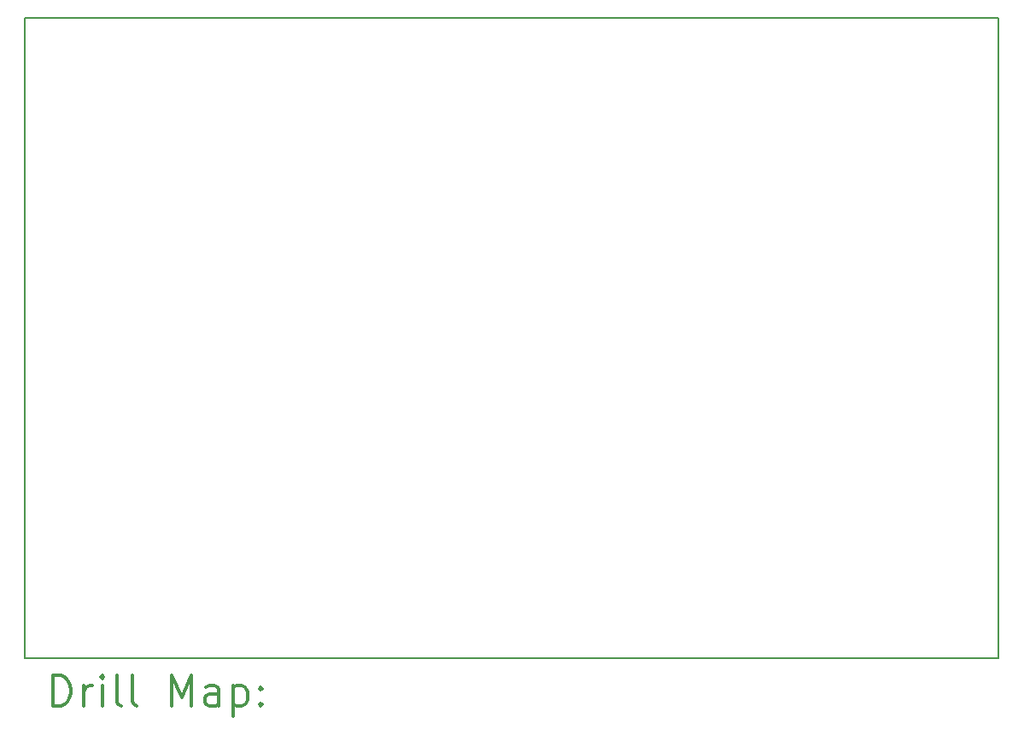
<source format=gbr>
%FSLAX45Y45*%
G04 Gerber Fmt 4.5, Leading zero omitted, Abs format (unit mm)*
G04 Created by KiCad (PCBNEW 5.0.0) date Wed Oct 17 23:37:29 2018*
%MOMM*%
%LPD*%
G01*
G04 APERTURE LIST*
%ADD10C,0.150000*%
%ADD11C,0.200000*%
%ADD12C,0.300000*%
G04 APERTURE END LIST*
D10*
X7747000Y-6350000D02*
X17399000Y-6350000D01*
X7747000Y-12700000D02*
X7747000Y-6350000D01*
X17399000Y-12700000D02*
X7747000Y-12700000D01*
X17399000Y-12700000D02*
X17399000Y-6350000D01*
D11*
D12*
X8025928Y-13173214D02*
X8025928Y-12873214D01*
X8097357Y-12873214D01*
X8140214Y-12887500D01*
X8168786Y-12916071D01*
X8183071Y-12944643D01*
X8197357Y-13001786D01*
X8197357Y-13044643D01*
X8183071Y-13101786D01*
X8168786Y-13130357D01*
X8140214Y-13158929D01*
X8097357Y-13173214D01*
X8025928Y-13173214D01*
X8325928Y-13173214D02*
X8325928Y-12973214D01*
X8325928Y-13030357D02*
X8340214Y-13001786D01*
X8354500Y-12987500D01*
X8383071Y-12973214D01*
X8411643Y-12973214D01*
X8511643Y-13173214D02*
X8511643Y-12973214D01*
X8511643Y-12873214D02*
X8497357Y-12887500D01*
X8511643Y-12901786D01*
X8525928Y-12887500D01*
X8511643Y-12873214D01*
X8511643Y-12901786D01*
X8697357Y-13173214D02*
X8668786Y-13158929D01*
X8654500Y-13130357D01*
X8654500Y-12873214D01*
X8854500Y-13173214D02*
X8825928Y-13158929D01*
X8811643Y-13130357D01*
X8811643Y-12873214D01*
X9197357Y-13173214D02*
X9197357Y-12873214D01*
X9297357Y-13087500D01*
X9397357Y-12873214D01*
X9397357Y-13173214D01*
X9668786Y-13173214D02*
X9668786Y-13016071D01*
X9654500Y-12987500D01*
X9625928Y-12973214D01*
X9568786Y-12973214D01*
X9540214Y-12987500D01*
X9668786Y-13158929D02*
X9640214Y-13173214D01*
X9568786Y-13173214D01*
X9540214Y-13158929D01*
X9525928Y-13130357D01*
X9525928Y-13101786D01*
X9540214Y-13073214D01*
X9568786Y-13058929D01*
X9640214Y-13058929D01*
X9668786Y-13044643D01*
X9811643Y-12973214D02*
X9811643Y-13273214D01*
X9811643Y-12987500D02*
X9840214Y-12973214D01*
X9897357Y-12973214D01*
X9925928Y-12987500D01*
X9940214Y-13001786D01*
X9954500Y-13030357D01*
X9954500Y-13116071D01*
X9940214Y-13144643D01*
X9925928Y-13158929D01*
X9897357Y-13173214D01*
X9840214Y-13173214D01*
X9811643Y-13158929D01*
X10083071Y-13144643D02*
X10097357Y-13158929D01*
X10083071Y-13173214D01*
X10068786Y-13158929D01*
X10083071Y-13144643D01*
X10083071Y-13173214D01*
X10083071Y-12987500D02*
X10097357Y-13001786D01*
X10083071Y-13016071D01*
X10068786Y-13001786D01*
X10083071Y-12987500D01*
X10083071Y-13016071D01*
M02*

</source>
